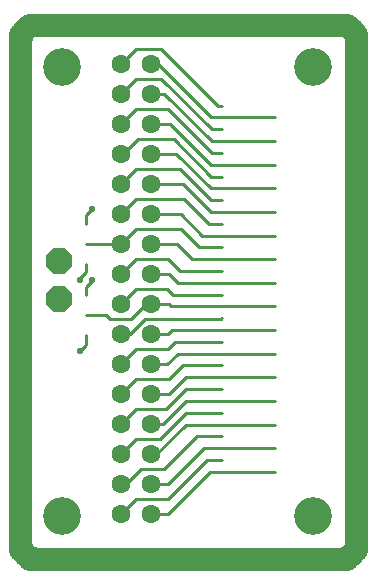
<source format=gbs>
%FSDAX24Y24*%
%MOIN*%
%SFA1B1*%

%IPPOS*%
%AMD27*
4,1,8,-0.018500,0.044500,-0.044500,0.018500,-0.044500,-0.018500,-0.018500,-0.044500,0.018500,-0.044500,0.044500,-0.018500,0.044500,0.018500,0.018500,0.044500,-0.018500,0.044500,0.0*
%
%ADD10C,0.010000*%
%ADD23C,0.076610*%
G04~CAMADD=27~4~0.0~0.0~889.3~889.3~0.0~260.5~0~0.0~0.0~0.0~0.0~0~0.0~0.0~0.0~0.0~0~0.0~0.0~0.0~45.0~890.0~890.0*
%ADD27D27*%
%ADD28C,0.125980*%
%ADD29C,0.062990*%
%ADD30C,0.021940*%
%LN32pinffc_breakout_pcb-1*%
%LPD*%
G54D10*
X046551Y032956D02*
X046633Y032874D01*
X044972Y037956D02*
X045043D01*
X045972Y033956D02*
X046555D01*
X045972Y030956D02*
X046507D01*
X045972Y026956D02*
X046543D01*
X045972Y025956D02*
X046527D01*
X045972Y031956D02*
X046523D01*
X046653Y032086*
X045972Y029956D02*
X046570D01*
X043799Y032578D02*
X044468D01*
X043799Y034941D02*
X044956D01*
X044972Y034956*
X045090Y040956D02*
Y041074D01*
X047893Y035629D02*
X048326D01*
X047027Y030905D02*
X048326D01*
X047126Y030118D02*
X048326D01*
X047126Y029330D02*
X048326D01*
X047834Y027755D02*
X048326D01*
X046633Y032874D02*
X050098D01*
X046653Y032086D02*
X050098D01*
X046850Y031299D02*
X050098D01*
X046507Y030956D02*
X046850Y031299D01*
X046555Y033956D02*
X046850Y033661D01*
X050098*
X047126Y030511D02*
X050098D01*
X046570Y029956D02*
X047126Y030511D01*
Y029724D02*
X050098D01*
X047736Y028149D02*
X050098D01*
X047933Y027362D02*
X050098D01*
X045972Y028956D02*
X046358D01*
X047126Y029724*
Y028937D02*
X050098D01*
X045972Y027956D02*
X046145D01*
X047126Y028937*
X046543Y026956D02*
X047736Y028149D01*
X046527Y025956D02*
X047933Y027362D01*
X046948Y034055D02*
X048326D01*
X047327Y034448D02*
X050098D01*
X047956Y036811D02*
X050098D01*
X046811Y037956D02*
X047956Y036811D01*
X045972Y037956D02*
X046811D01*
X046771Y031692D02*
X048326D01*
X044972Y030956D02*
X045472Y031456D01*
X046535*
X046771Y031692*
X046692Y033267D02*
X048326D01*
X045972Y034956D02*
X046819D01*
X047327Y034448*
X047578Y034842D02*
X048326D01*
X047677Y035236D02*
X050098D01*
X045972Y035956D02*
X046956D01*
X047677Y035236*
X045972Y036956D02*
X047039D01*
X047972Y036023*
X050098*
X047972Y036417D02*
X048326D01*
X047972Y037204D02*
X048326D01*
X045972Y038956D02*
X046614D01*
X047972Y037598*
X050098*
X043799Y035925D02*
X043996Y036122D01*
X043799Y035610D02*
Y035925D01*
X043602Y031397D02*
X043799Y031594D01*
Y031909*
X044972Y025956D02*
X045472Y026456D01*
X046535*
X047834Y027755*
X044972Y035956D02*
X045472Y036456D01*
X047066*
X047893Y035629*
X048189Y039566D02*
X048326D01*
X045090Y041074D02*
X045472Y041456D01*
X046299*
X048189Y039566*
X044972Y039956D02*
X045472Y040456D01*
X044972Y038956D02*
X045472Y039456D01*
X045043Y037956D02*
X045543Y038456D01*
X046720*
X047972Y037204*
X044972Y036956D02*
X045472Y037456D01*
X046933*
X047972Y036417*
X044972Y034956D02*
X045472Y035456D01*
X046964*
X047578Y034842*
X044972Y033956D02*
X045472Y034456D01*
X046547*
X046948Y034055*
X048303Y032456D02*
X048326Y032480D01*
X044972Y029956D02*
X045472Y030456D01*
X046578*
X047027Y030905*
X044972Y028956D02*
X045472Y029456D01*
X046464*
X047126Y030118*
X044972Y027956D02*
X045472Y028456D01*
X046252*
X047126Y029330*
X044972Y026956D02*
X045116D01*
X047483Y028543D02*
X048326D01*
X045116Y026956D02*
X045616Y027456D01*
X046397D02*
X047483Y028543D01*
X045616Y027456D02*
X046397D01*
X043602Y033759D02*
Y033822D01*
X043799Y034019*
Y034271*
Y033248D02*
Y033511D01*
X043996Y033708*
Y033759*
X045472Y040456D02*
X046307D01*
X047984Y038779*
X048326*
X046173Y040956D02*
X046192D01*
X047976Y039173*
X050098*
X045972Y039956D02*
X046413D01*
X047984Y038385*
X050098*
X045472Y039456D02*
X046519D01*
X047984Y037992*
X048326*
X044972Y031956D02*
X045260D01*
X045760Y032456*
X048303*
X044468Y032578D02*
X044590Y032456D01*
X045289*
X045789Y032956*
X044972D02*
X045472Y033456D01*
X046503*
X046692Y033267*
X045972Y032956D02*
X046551D01*
X045789D02*
X045972D01*
G54D23*
X052303Y024468D02*
D01*
X052337Y024469*
X052371Y024473*
X052405Y024479*
X052438Y024487*
X052471Y024498*
X052503Y024511*
X052534Y024526*
X052563Y024543*
X052592Y024562*
X052619Y024583*
X052645Y024606*
X052668Y024631*
X052690Y024657*
X052711Y024685*
X052729Y024714*
X052745Y024744*
X052759Y024776*
X052771Y024808*
X052780Y024841*
X052787Y024875*
X052792Y024909*
X052795Y024943*
X052795Y024960*
Y041771D02*
D01*
X052794Y041806*
X052790Y041840*
X052784Y041874*
X052776Y041907*
X052765Y041940*
X052752Y041971*
X052737Y042002*
X052720Y042032*
X052701Y042060*
X052680Y042088*
X052657Y042113*
X052632Y042137*
X052606Y042159*
X052578Y042179*
X052549Y042197*
X052518Y042213*
X052487Y042227*
X052455Y042239*
X052422Y042249*
X052388Y042256*
X052354Y042261*
X052320Y042263*
X052303Y042263*
X042106D02*
D01*
X042071Y042262*
X042037Y042259*
X042003Y042253*
X041970Y042244*
X041937Y042234*
X041906Y042221*
X041875Y042206*
X041845Y042189*
X041817Y042169*
X041789Y042148*
X041764Y042125*
X041740Y042100*
X041718Y042074*
X041698Y042046*
X041680Y042017*
X041664Y041987*
X041650Y041956*
X041638Y041923*
X041628Y041890*
X041621Y041857*
X041616Y041823*
X041614Y041788*
X041614Y041771*
Y024960D02*
D01*
X041615Y024926*
X041618Y024892*
X041624Y024858*
X041633Y024824*
X041643Y024792*
X041656Y024760*
X041671Y024729*
X041688Y024699*
X041708Y024671*
X041729Y024644*
X041752Y024618*
X041777Y024594*
X041803Y024572*
X041831Y024552*
X041860Y024534*
X041890Y024518*
X041921Y024504*
X041954Y024492*
X041987Y024483*
X042020Y024475*
X042054Y024471*
X042089Y024468*
X042106Y024468*
X041614Y024763D02*
Y041968D01*
X041909Y042263D02*
X052500D01*
X041909Y024468D02*
X052500D01*
X052795Y024763D02*
Y041968D01*
G54D27*
X042893Y034389D03*
Y033129D03*
G54D28*
X051377Y025885D03*
X043011D03*
X051377Y040846D03*
X043011D03*
G54D29*
X045972Y026956D03*
X044972D03*
X045972Y040956D03*
Y039956D03*
Y038956D03*
Y037956D03*
Y036956D03*
X044972Y040956D03*
Y039956D03*
Y038956D03*
Y037956D03*
Y036956D03*
Y032956D03*
Y033956D03*
Y034956D03*
Y035956D03*
X045972Y032956D03*
Y033956D03*
Y034956D03*
Y035956D03*
Y031956D03*
Y030956D03*
Y029956D03*
X044972Y031956D03*
Y030956D03*
Y029956D03*
Y027956D03*
Y028956D03*
X045972Y027956D03*
Y028956D03*
X044972Y025956D03*
X045972D03*
G54D30*
X043602Y031397D03*
X043996Y036122D03*
Y033759D03*
X043602D03*
M02*
</source>
